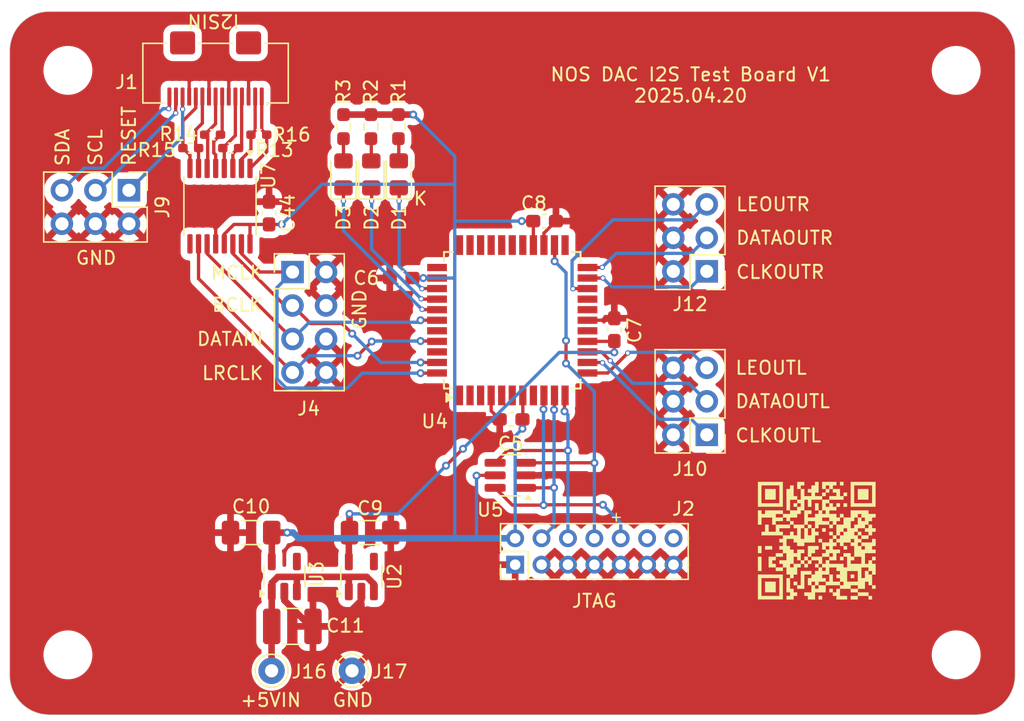
<source format=kicad_pcb>
(kicad_pcb (version 20241229) (generator "pcbnew") (generator_version "9.0")
  (layers (0 "F.Cu" mixed) (2 "B.Cu" mixed) (13 "F.Paste" user) (15 "B.Paste" user) (5 "F.SilkS" user "F.Silkscreen") (7 "B.SilkS" user "B.Silkscreen") (1 "F.Mask" user) (3 "B.Mask" user) (25 "Edge.Cuts" user))
  (net 0 "")
  (net 1 "GND")
  (net 2 "+3V3")
  (net 3 "+1V8")
  (net 4 "JTAG_TCK")
  (net 5 "JTAG_TDO")
  (net 6 "JTAG_TDI")
  (net 7 "JTAG_TMS")
  (net 8 "BCK")
  (net 9 "LRCLK")
  (net 10 "DATAIN")
  (net 11 "DATAOUTR")
  (net 12 "DATAOUTL")
  (net 13 "Net-(J16-Pin_1)")
  (net 14 "LEOUTR")
  (net 15 "CLKOUTR")
  (net 16 "LEOUTL")
  (net 17 "CLKOUTL")
  (net 18 "MCLK")
  (net 19 "Net-(J1-Pin_4)")
  (net 20 "SDA")
  (net 21 "Net-(J1-Pin_7)")
  (net 22 "Net-(J1-Pin_8)")
  (net 23 "Net-(J1-Pin_2)")
  (net 24 "SCL")
  (net 25 "Net-(J1-Pin_1)")
  (net 26 "Net-(J1-Pin_10)")
  (net 27 "Net-(J1-Pin_11)")
  (net 38 "Net-(D1-A)")
  (net 48 "Net-(D1-K)")
  (net 53 "Net-(D2-K)")
  (net 55 "RESET")
  (net 56 "Net-(J1-Pin_5)")
  (net 58 "Net-(D2-A)")
  (net 59 "Net-(D3-K)")
  (net 60 "Net-(D3-A)")
  (footprint "MountingHole:MountingHole_3.2mm_M3" (layer "F.Cu") (at 113.03 66.04)
    (property "Reference" "H1" (hide yes))
    (property "Value" "MountingHole")
  )
  (footprint "MountingHole:MountingHole_3.2mm_M3" (layer "F.Cu") (at 113.03 110.363)
    (property "Reference" "H4" (hide yes))
    (property "Value" "MountingHole")
  )
  (footprint "MountingHole:MountingHole_3.2mm_M3" (layer "F.Cu") (at 180.34 110.363)
    (property "Reference" "H3" (hide yes))
    (property "Value" "MountingHole")
  )
  (footprint "MountingHole:MountingHole_3.2mm_M3" (layer "F.Cu") (at 180.34 66.04)
    (property "Reference" "H2" (hide yes))
    (property "Value" "MountingHole")
  )
  (footprint "Capacitor_SMD:C_0603_1608Metric_Pad1.08x0.95mm_HandSolder" (layer "F.Cu") (at 146.6099 92.5068)
    (property "Reference" "C5")
    (property "Value" "100nF")
  )
  (footprint "Package_QFP:TQFP-44_10x10mm_P0.8mm" (layer "F.Cu") (at 146.7 84.9884 90)
    (property "Reference" "U4")
    (property "Value" "XC2C64A-xVQ44")
  )
  (footprint "Capacitor_SMD:C_0603_1608Metric_Pad1.08x0.95mm_HandSolder" (layer "F.Cu") (at 138.2787 81.788)
    (property "Reference" "C6")
    (property "Value" "100nF")
  )
  (footprint "Capacitor_SMD:C_0603_1608Metric_Pad1.08x0.95mm_HandSolder" (layer "F.Cu") (at 154.432 85.7007 -90)
    (property "Reference" "C7")
    (property "Value" "100nF")
  )
  (footprint "Capacitor_SMD:C_0603_1608Metric_Pad1.08x0.95mm_HandSolder" (layer "F.Cu") (at 149.1477 77.47 180)
    (property "Reference" "C8")
    (property "Value" "100nF")
  )
  (footprint "Connector_PinHeader_2.00mm:PinHeader_2x07_P2.00mm_Vertical" (layer "F.Cu") (at 146.9202 103.5238 90)
    (property "Reference" "J2")
    (property "Value" "Conn_02x07_Odd_Even")
  )
  (footprint "Package_TO_SOT_SMD:SC-74-6_1.55x2.9mm_P0.95mm" (layer "F.Cu") (at 146.551 96.7486 180)
    (property "Reference" "U5")
    (property "Value" "CM1293A−04SO")
  )
  (footprint "Connector_PinHeader_2.54mm:PinHeader_2x03_P2.54mm_Vertical" (layer "F.Cu") (at 117.6528 75.1332 -90)
    (property "Reference" "J9")
    (property "Value" "Conn_02x03_Odd_Even")
  )
  (footprint "Connector_Pin:Pin_D1.0mm_L10.0mm" (layer "F.Cu") (at 128.4605 111.5695)
    (property "Reference" "J16")
    (property "Value" "+5VIN")
  )
  (footprint "Connector_Pin:Pin_D1.0mm_L10.0mm" (layer "F.Cu") (at 134.5565 111.5695)
    (property "Reference" "J17")
    (property "Value" "GND")
  )
  (footprint "Package_TO_SOT_SMD:SOT-23-5" (layer "F.Cu") (at 135.2652 104.4249 90)
    (property "Reference" "U2")
    (property "Value" "TC1185-1.8VCT713")
  )
  (footprint "Package_TO_SOT_SMD:SOT-23-5" (layer "F.Cu") (at 129.4282 104.4249 90)
    (property "Reference" "U3")
    (property "Value" "TC1185-3.3VCT713")
  )
  (footprint "Connector_PinHeader_2.54mm:PinHeader_2x04_P2.54mm_Vertical" (layer "F.Cu") (at 130.048 81.3308)
    (property "Reference" "J4")
    (property "Value" "Conn_02x04_Odd_Even")
  )
  (footprint "Capacitor_SMD:C_1210_3225Metric_Pad1.33x2.70mm_HandSolder" (layer "F.Cu") (at 130.0357 108.204)
    (property "Reference" "C11")
    (property "Value" "22uF/25V")
  )
  (footprint "LED_SMD:LED_0805_2012Metric_Pad1.15x1.40mm_HandSolder" (layer "F.Cu") (at 138.0998 73.923 90)
    (property "Reference" "D1")
    (property "Value" "LED")
  )
  (footprint "Resistor_SMD:R_0402_1005Metric_Pad0.72x0.64mm_HandSolder" (layer "F.Cu") (at 127.4959 70.9168)
    (property "Reference" "R16")
    (property "Value" "100R")
  )
  (footprint "Capacitor_SMD:C_0603_1608Metric_Pad1.08x0.95mm_HandSolder" (layer "F.Cu") (at 128.27 76.8593 -90)
    (property "Reference" "C44")
    (property "Value" "1uF")
  )
  (footprint "Connector_FFC-FPC:Molex_502231-1500_1x15-1SH_P0.5mm_Vertical" (layer "F.Cu") (at 124.2168 66.9822 180)
    (property "Reference" "J1")
    (property "Value" "Conn_01x15")
  )
  (footprint "Connector_PinHeader_2.54mm:PinHeader_2x03_P2.54mm_Vertical" (layer "F.Cu") (at 161.4424 93.6752 180)
    (property "Reference" "J10")
    (property "Value" "Conn_02x03_Odd_Even")
  )
  (footprint "Package_SO:TSSOP-16_4.4x5mm_P0.65mm" (layer "F.Cu") (at 124.5518 76.3347 -90)
    (property "Reference" "U7")
    (property "Value" "FIN1048MTCX")
  )
  (footprint "Capacitor_SMD:C_1206_3216Metric_Pad1.33x1.80mm_HandSolder" (layer "F.Cu") (at 126.9107 101.092 180)
    (property "Reference" "C10")
    (property "Value" "10uF/50V")
  )
  (footprint "Resistor_SMD:R_0402_1005Metric_Pad0.72x0.64mm_HandSolder" (layer "F.Cu") (at 123.9907 70.9168)
    (property "Reference" "R14")
    (property "Value" "100R")
  )
  (footprint "LOGO" (layer "F.Cu") (at 169.7736 101.7016)
    (property "Reference" "G***" (hide yes))
    (property "Value" "LOGO" (hide yes))
  )
  (footprint "Resistor_SMD:R_0603_1608Metric_Pad0.98x0.95mm_HandSolder" (layer "F.Cu") (at 135.9916 70.3053 -90)
    (property "Reference" "R2")
    (property "Value" "330R")
  )
  (footprint "Resistor_SMD:R_0603_1608Metric_Pad0.98x0.95mm_HandSolder" (layer "F.Cu") (at 133.9088 70.3053 -90)
    (property "Reference" "R3")
    (property "Value" "330R")
  )
  (footprint "Resistor_SMD:R_0402_1005Metric_Pad0.72x0.64mm_HandSolder" (layer "F.Cu") (at 125.3623 71.9328)
    (property "Reference" "R13")
    (property "Value" "100R")
  )
  (footprint "Connector_PinHeader_2.54mm:PinHeader_2x03_P2.54mm_Vertical" (layer "F.Cu") (at 161.4424 81.28 180)
    (property "Reference" "J12")
    (property "Value" "Conn_02x03_Odd_Even")
  )
  (footprint "LED_SMD:LED_0805_2012Metric_Pad1.15x1.40mm_HandSolder" (layer "F.Cu") (at 136.017 73.9304 90)
    (property "Reference" "D2")
    (property "Value" "LED")
  )
  (footprint "LED_SMD:LED_0805_2012Metric_Pad1.15x1.40mm_HandSolder" (layer "F.Cu") (at 133.9088 73.9304 90)
    (property "Reference" "D3")
    (property "Value" "LED")
  )
  (footprint "Capacitor_SMD:C_1206_3216Metric_Pad1.33x1.80mm_HandSolder" (layer "F.Cu") (at 135.9285 101.092)
    (property "Reference" "C9")
    (property "Value" "10uF/50V")
  )
  (footprint "Resistor_SMD:R_0603_1608Metric_Pad0.98x0.95mm_HandSolder" (layer "F.Cu") (at 138.0744 70.3053 -90)
    (property "Reference" "R1")
    (property "Value" "330R")
  )
  (footprint "Resistor_SMD:R_0402_1005Metric_Pad0.72x0.64mm_HandSolder" (layer "F.Cu") (at 122.3385 71.9328)
    (property "Reference" "R15")
    (property "Value" "100R")
  )
  (gr_line (start 111.6104 61.5696) (end 181.8104 61.5696) (stroke (width 0.05)) (layer "Edge.Cuts"))
  (gr_arc (start 181.8104 61.5696) (mid 183.93172 62.44828) (end 184.8104 64.5696) (stroke (width 0.05)) (layer "Edge.Cuts"))
  (gr_line (start 108.6104 111.9096) (end 108.6104 64.5696) (stroke (width 0.05)) (layer "Edge.Cuts"))
  (gr_arc (start 111.6104 114.9096) (mid 109.48908 114.03092) (end 108.6104 111.9096) (stroke (width 0.05)) (layer "Edge.Cuts"))
  (gr_line (start 181.8104 114.9096) (end 111.6104 114.9096) (stroke (width 0.05)) (layer "Edge.Cuts"))
  (gr_arc (start 184.8104 111.9096) (mid 183.93172 114.03092) (end 181.8104 114.9096) (stroke (width 0.05)) (layer "Edge.Cuts"))
  (gr_arc (start 108.6104 64.5696) (mid 109.48908 62.44828) (end 111.6104 61.5696) (stroke (width 0.05)) (layer "Edge.Cuts"))
  (gr_line (start 184.8104 64.5696) (end 184.8104 111.9096) (stroke (width 0.05)) (layer "Edge.Cuts"))
  (gr_text "I2SIN" (at 124.0536 62.3062 180) (layer "F.SilkS") (effects (font (size 1 1))))
  (gr_text "JTAG" (at 152.9202 106.2736 0) (layer "F.SilkS") (effects (font (size 1 1))))
  (gr_text "NOS DAC I2S Test Board V1\n2025.04.20" (at 160.2232 67.1576 0) (layer "F.SilkS") (effects (font (size 1 1))))
  (gr_text "GND" (at 134.62 113.792 0) (layer "F.SilkS") (effects (font (size 1 1))))
  (gr_text "GND" (at 115.1636 80.264 0) (layer "F.SilkS") (effects (font (size 1 1))))
  (gr_text "SDA" (at 112.6236 71.882 90) (layer "F.SilkS") (effects (font (size 1 1))))
  (gr_text "DATAOUTR" (at 163.576 78.74 0) (layer "F.SilkS") (effects (font (size 1 1)) (justify left)))
  (gr_text "CLKOUTL" (at 163.5252 93.726 0) (layer "F.SilkS") (effects (font (size 1 1)) (justify left)))
  (gr_text "BCLK" (at 127.8636 83.82 0) (layer "F.SilkS") (effects (font (size 1 1)) (justify right)))
  (gr_text "RESET" (at 117.6528 71.0184 90) (layer "F.SilkS") (effects (font (size 1 1))))
  (gr_text "DATAIN" (at 127.9144 86.4108 0) (layer "F.SilkS") (effects (font (size 1 1)) (justify right)))
  (gr_text "CLKOUTR" (at 163.576 81.3308 0) (layer "F.SilkS") (effects (font (size 1 1)) (justify left)))
  (gr_text "LRCLK" (at 127.9144 89.0016 0) (layer "F.SilkS") (effects (font (size 1 1)) (justify right)))
  (gr_text "DATAOUTL" (at 163.5252 91.1352 0) (layer "F.SilkS") (effects (font (size 1 1)) (justify left)))
  (gr_text "LEOUTR" (at 163.576 76.2 0) (layer "F.SilkS") (effects (font (size 1 1)) (justify left)))
  (gr_text "+5VIN" (at 128.397 113.792 0) (layer "F.SilkS") (effects (font (size 1 1))))
  (gr_text "+" (at 154.5844 99.8728 0) (layer "F.SilkS") (effects (font (size 0.8 0.8) (thickness 0.1))))
  (gr_text "SCL" (at 115.1128 71.882 90) (layer "F.SilkS") (effects (font (size 1 1))))
  (gr_text "K" (at 139.1412 76.3524 0) (layer "F.SilkS") (effects (font (size 1 1)) (justify left bottom)))
  (gr_text "LEOUTL" (at 163.5252 88.5952 0) (layer "F.SilkS") (effects (font (size 1 1)) (justify left)))
  (gr_text "MCLK" (at 127.9144 81.3816 0) (layer "F.SilkS") (effects (font (size 1 1)) (justify right)))
  (gr_text "GND" (at 135.128 84.1756 90) (layer "F.SilkS") (effects (font (size 1 1))))
  (segment (start 124.2268 79.1972) (end 124.2268 77.0336) (width 0.25) (layer "F.Cu") (net 1))
  (segment (start 125.2168 68.0272) (end 125.2168 66.0856) (width 0.25) (layer "F.Cu") (net 1))
  (segment (start 123.7168 66.1604) (end 123.698 66.1416) (width 0.25) (layer "F.Cu") (net 1))
  (segment (start 147.701 96.7486) (end 154.9146 96.7486) (width 0.5) (layer "F.Cu") (net 1))
  (segment (start 149.1 79.2884) (end 149.1 78.3802) (width 0.25) (layer "F.Cu") (net 1))
  (segment (start 149.1 78.3802) (end 150.0102 77.47) (width 0.25) (layer "F.Cu") (net 1))
  (segment (start 124.2268 77.0336) (end 124.079 76.8858) (width 0.25) (layer "F.Cu") (net 1))
  (segment (start 145.1 90.6884) (end 145.1 91.8594) (width 0.25) (layer "F.Cu") (net 1))
  (segment (start 126.7168 68.0272) (end 126.7168 66.2648) (width 0.25) (layer "F.Cu") (net 1))
  (segment (start 131.407301 108.204) (end 131.5982 108.204) (width 0.5) (layer "F.Cu") (net 1))
  (segment (start 122.2168 66.4892) (end 121.666 65.9384) (width 0.25) (layer "F.Cu") (net 1))
  (segment (start 135.2652 106.224899) (end 133.286099 108.204) (width 0.5) (layer "F.Cu") (net 1))
  (segment (start 126.7168 66.2648) (end 126.492 66.04) (width 0.25) (layer "F.Cu") (net 1))
  (segment (start 129.4282 106.224899) (end 131.407301 108.204) (width 0.5) (layer "F.Cu") (net 1))
  (segment (start 122.2168 68.0272) (end 122.2168 66.4892) (width 0.25) (layer "F.Cu") (net 1))
  (segment (start 125.2168 66.0856) (end 125.1712 66.04) (width 0.25) (layer "F.Cu") (net 1))
  (segment (start 129.4282 105.5624) (end 129.4282 106.224899) (width 0.5) (layer "F.Cu") (net 1))
  (segment (start 123.7168 68.0272) (end 123.7168 66.1604) (width 0.25) (layer "F.Cu") (net 1))
  (segment (start 133.286099 108.204) (end 131.5982 108.204) (width 0.5) (layer "F.Cu") (net 1))
  (segment (start 154.2818 84.9884) (end 154.432 84.8382) (width 0.25) (layer "F.Cu") (net 1))
  (segment (start 135.2652 105.5624) (end 135.2652 106.224899) (width 0.5) (layer "F.Cu") (net 1))
  (segment (start 154.9146 96.7486) (end 155.5496 97.3836) (width 0.5) (layer "F.Cu") (net 1))
  (segment (start 145.1 91.8594) (end 145.7474 92.5068) (width 0.25) (layer "F.Cu") (net 1))
  (segment (start 152.4 84.9884) (end 154.2818 84.9884) (width 0.25) (layer "F.Cu") (net 1))
  (segment (start 128.27 77.7218) (end 129.233 77.7218) (width 0.25) (layer "F.Cu") (net 2))
  (segment (start 126.8268 79.1972) (end 126.8268 77.7426) (width 0.25) (layer "F.Cu") (net 2))
  (segment (start 125.614701 77.7218) (end 124.8768 78.459701) (width 0.25) (layer "F.Cu") (net 2))
  (segment (start 128.4782 103.2874) (end 128.4782 101.097) (width 0.5) (layer "F.Cu") (net 2))
  (segment (start 135.9916 69.3928) (end 138.0744 69.3928) (width 0.5) (layer "F.Cu") (net 2))
  (segment (start 141 81.7884) (end 139.954 81.7884) (width 0.25) (layer "F.Cu") (net 2))
  (segment (start 139.1416 81.7884) (end 139.1412 81.788) (width 0.25) (layer "F.Cu") (net 2))
  (segment (start 129.233 77.7218) (end 129.2352 77.724) (width 0.25) (layer "F.Cu") (net 2))
  (segment (start 138.0744 69.3928) (end 139.192 69.3928) (width 0.5) (layer "F.Cu") (net 2))
  (segment (start 139.954 81.7884) (end 139.1416 81.7884) (width 0.25) (layer "F.Cu") (net 2))
  (segment (start 148.2852 77.47) (end 147.4216 77.47) (width 0.25) (layer "F.Cu") (net 2))
  (segment (start 133.9088 69.3928) (end 135.9916 69.3928) (width 0.5) (layer "F.Cu") (net 2))
  (segment (start 148.3 77.4848) (end 148.2852 77.47) (width 0.25) (layer "F.Cu") (net 2))
  (segment (start 147.5 92.4792) (end 147.4724 92.5068) (width 0.25) (layer "F.Cu") (net 2))
  (segment (start 147.5 90.6884) (end 147.5 92.4792) (width 0.25) (layer "F.Cu") (net 2))
  (segment (start 128.4732 101.092) (end 129.6416 101.092) (width 0.5) (layer "F.Cu") (net 2))
  (segment (start 148.3 79.2884) (end 148.3 77.4848) (width 0.25) (layer "F.Cu") (net 2))
  (segment (start 126.8476 77.7218) (end 125.614701 77.7218) (width 0.25) (layer "F.Cu") (net 2))
  (segment (start 126.8268 77.7426) (end 126.8476 77.7218) (width 0.25) (layer "F.Cu") (net 2))
  (segment (start 145.401 96.7486) (end 144.018 96.7486) (width 0.25) (layer "F.Cu") (net 2))
  (segment (start 128.4782 101.097) (end 128.4732 101.092) (width 0.5) (layer "F.Cu") (net 2))
  (segment (start 128.27 77.7218) (end 126.8476 77.7218) (width 0.25) (layer "F.Cu") (net 2))
  (segment (start 144.018 96.7486) (end 143.9926 96.774) (width 0.25) (layer "F.Cu") (net 2))
  (segment (start 147.4724 92.5068) (end 147.4724 93.2085) (width 0.25) (layer "F.Cu") (net 2))
  (segment (start 124.8768 78.459701) (end 124.8768 79.1972) (width 0.25) (layer "F.Cu") (net 2))
  (via (at 139.954 81.7884) (size 0.6) (drill 0.3) (layers "F.Cu" "B.Cu") (net 2))
  (via (at 139.192 69.3928) (size 0.6) (drill 0.3) (layers "F.Cu" "B.Cu") (net 2))
  (via (at 143.9926 96.774) (size 0.6) (drill 0.3) (layers "F.Cu" "B.Cu") (net 2))
  (via (at 129.6416 101.092) (size 0.6) (drill 0.3) (layers "F.Cu" "B.Cu") (net 2))
  (via (at 129.2352 77.724) (size 0.6) (drill 0.3) (layers "F.Cu" "B.Cu") (net 2))
  (via (at 147.4724 93.2085) (size 0.6) (drill 0.3) (layers "F.Cu" "B.Cu") (net 2))
  (via (at 147.4216 77.47) (size 0.6) (drill 0.3) (layers "F.Cu" "B.Cu") (net 2))
  (segment (start 142.3412 81.7884) (end 142.3416 81.788) (width 0.25) (layer "B.Cu") (net 2))
  (segment (start 142.3416 81.788) (end 142.3416 101.4222) (width 0.25) (layer "B.Cu") (net 2))
  (segment (start 142.3416 101.4222) (end 142.24 101.5238) (width 0.25) (layer "B.Cu") (net 2))
  (segment (start 142.3416 74.676) (end 142.3416 72.5424) (width 0.25) (layer "B.Cu") (net 2))
  (segment (start 146.9202 93.7607) (end 147.4724 93.2085) (width 0.25) (layer "B.Cu") (net 2))
  (segment (start 143.9926 96.774) (end 143.9926 101.5238) (width 0.25) (layer "B.Cu") (net 2))
  (segment (start 130.0988 101.092) (end 130.5306 101.5238) (width 0.5) (layer "B.Cu") (net 2))
  (segment (start 142.4432 77.47) (end 142.3416 77.3684) (width 0.25) (layer "B.Cu") (net 2))
  (segment (start 142.3416 81.788) (end 142.3416 77.3684) (width 0.25) (layer "B.Cu") (net 2))
  (segment (start 139.954 81.7884) (end 142.3412 81.7884) (width 0.25) (layer "B.Cu") (net 2))
  (segment (start 132.2832 74.676) (end 142.3416 74.676) (width 0.25) (layer "B.Cu") (net 2))
  (segment (start 129.6416 101.092) (end 130.0988 101.092) (width 0.5) (layer "B.Cu") (net 2))
  (segment (start 142.3416 77.3684) (end 142.3416 74.676) (width 0.25) (layer "B.Cu") (net 2))
  (segment (start 147.4216 77.47) (end 142.4432 77.47) (width 0.25) (layer "B.Cu") (net 2))
  (segment (start 146.9202 101.5238) (end 146.9202 93.7607) (width 0.25) (layer "B.Cu") (net 2))
  (segment (start 143.9926 101.5238) (end 146.9202 101.5238) (width 0.25) (layer "B.Cu") (net 2))
  (segment (start 130.5306 101.5238) (end 142.24 101.5238) (width 0.5) (layer "B.Cu") (net 2))
  (segment (start 142.24 101.5238) (end 146.9202 101.5238) (width 0.5) (layer "B.Cu") (net 2))
  (segment (start 129.2352 77.724) (end 132.2832 74.676) (width 0.25) (layer "B.Cu") (net 2))
  (segment (start 142.3416 72.5424) (end 139.192 69.3928) (width 0.25) (layer "B.Cu") (net 2))
  (segment (start 134.3152 103.2874) (end 134.3152 101.1428) (width 0.5) (layer "F.Cu") (net 3))
  (segment (start 152.4 86.5884) (end 154.4068 86.5884) (width 0.25) (layer "F.Cu") (net 3))
  (segment (start 154.432 87.4268) (end 154.432 86.5632) (width 0.25) (layer "F.Cu") (net 3))
  (segment (start 134.3152 101.1428) (end 134.366 101.092) (width 0.5) (layer "F.Cu") (net 3))
  (segment (start 154.4068 86.5884) (end 154.432 86.5632) (width 0.25) (layer "F.Cu") (net 3))
  (segment (start 142.9512 94.742) (end 141.6812 96.012) (width 0.25) (layer "F.Cu") (net 3))
  (segment (start 142.9666 94.742) (end 142.9512 94.742) (width 0.25) (layer "F.Cu") (net 3))
  (segment (start 134.366 101.092) (end 134.366 99.6696) (width 0.5) (layer "F.Cu") (net 3))
  (via (at 154.432 87.4268) (size 0.6) (drill 0.3) (layers "F.Cu" "B.Cu") (net 3))
  (via (at 134.366 99.6696) (size 0.6) (drill 0.3) (layers "F.Cu" "B.Cu") (net 3))
  (via (at 141.6812 96.012) (size 0.6) (drill 0.3) (layers "F.Cu" "B.Cu") (net 3))
  (via (at 142.9666 94.742) (size 0.6) (drill 0.3) (layers "F.Cu" "B.Cu") (net 3))
  (segment (start 138.0236 99.6696) (end 134.366 99.6696) (width 0.25) (layer "B.Cu") (net 3))
  (segment (start 150.2664 87.4268) (end 142.9666 94.7266) (width 0.25) (layer "B.Cu") (net 3))
  (segment (start 150.2664 87.4268) (end 154.432 87.4268) (width 0.25) (layer "B.Cu") (net 3))
  (segment (start 142.9666 94.7266) (end 142.9666 94.742) (width 0.25) (layer "B.Cu") (net 3))
  (segment (start 141.6812 96.012) (end 138.0236 99.6696) (width 0.25) (layer "B.Cu") (net 3))
  (segment (start 145.401 95.7986) (end 146.3306 94.869) (width 0.25) (layer "F.Cu") (net 4))
  (segment (start 150.6574 90.731) (end 150.7 90.6884) (width 0.25) (layer "F.Cu") (net 4))
  (segment (start 146.3306 94.869) (end 150.9202 94.869) (width 0.25) (layer "F.Cu") (net 4))
  (segment (start 150.6574 91.8972) (end 150.6574 90.731) (width 0.25) (layer "F.Cu") (net 4))
  (via (at 150.9202 94.869) (size 0.6) (drill 0.3) (layers "F.Cu" "B.Cu") (net 4))
  (via (at 150.6574 91.8972) (size 0.6) (drill 0.3) (layers "F.Cu" "B.Cu") (net 4))
  (segment (start 150.9202 92.16) (end 150.9202 94.869) (width 0.25) (layer "B.Cu") (net 4))
  (segment (start 150.6574 91.8972) (end 150.9202 92.16) (width 0.25) (layer "B.Cu") (net 4))
  (segment (start 150.9202 94.869) (end 150.9202 101.5238) (width 0.25) (layer "B.Cu") (net 4))
  (segment (start 147.701 95.7986) (end 152.91 95.7986) (width 0.25) (layer "F.Cu") (net 5))
  (segment (start 149.9108 80.518) (end 149.9108 79.2992) (width 0.25) (layer "F.Cu") (net 5))
  (segment (start 152.91 95.7986) (end 152.9202 95.8088) (width 0.25) (layer "F.Cu") (net 5))
  (segment (start 150.7744 88.265) (end 150.7744 86.5378) (width 0.25) (layer "F.Cu") (net 5))
  (segment (start 149.9108 79.2992) (end 149.9 79.2884) (width 0.25) (layer "F.Cu") (net 5))
  (via (at 150.7744 88.265) (size 0.6) (drill 0.3) (layers "F.Cu" "B.Cu") (net 5))
  (via (at 149.9108 80.518) (size 0.6) (drill 0.3) (layers "F.Cu" "B.Cu") (net 5))
  (via (at 152.9202 95.8088) (size 0.6) (drill 0.3) (layers "F.Cu" "B.Cu") (net 5))
  (via (at 150.7744 86.5378) (size 0.6) (drill 0.3) (layers "F.Cu" "B.Cu") (net 5))
  (segment (start 152.9202 95.8088) (end 152.9202 90.4108) (width 0.25) (layer "B.Cu") (net 5))
  (segment (start 152.9202 90.4108) (end 150.7744 88.265) (width 0.25) (layer "B.Cu") (net 5))
  (segment (start 150.7744 86.5378) (end 150.7744 81.3816) (width 0.25) (layer "B.Cu") (net 5))
  (segment (start 152.9202 101.5238) (end 152.9202 95.8088) (width 0.25) (layer "B.Cu") (net 5))
  (segment (start 150.7744 81.3816) (end 149.9108 80.518) (width 0.25) (layer "B.Cu") (net 5))
  (segment (start 149.1 91.707434) (end 149.066842 91.740592) (width 0.25) (layer "F.Cu") (net 6))
  (segment (start 146.7116 99.0092) (end 145.401 97.6986) (width 0.25) (layer "F.Cu") (net 6))
  (segment (start 149.098 98.9838) (end 153.5684 98.9838) (width 0.25) (layer "F.Cu") (net 6))
  (segment (start 149.0726 99.0092) (end 149.098 98.9838) (width 0.25) (layer "F.Cu") (net 6))
  (segment (start 149.0726 99.0092) (end 146.7116 99.0092) (width 0.25) (layer "F.Cu") (net 6))
  (segment (start 149.1 90.6884) (end 149.1 91.707434) (width 0.25) (layer "F.Cu") (net 6))
  (via (at 153.5684 98.9838) (size 0.6) (drill 0.3) (layers "F.Cu" "B.Cu") (net 6))
  (via (at 149.0726 99.0092) (size 0.6) (drill 0.3) (layers "F.Cu" "B.Cu") (net 6))
  (via (at 149.066842 91.740592) (size 0.6) (drill 0.3) (layers "F.Cu" "B.Cu") (net 6))
  (segment (start 154.9202 101.5238) (end 154.9202 100.3356) (width 0.25) (layer "B.Cu") (net 6))
  (segment (start 149.066842 99.003442) (end 149.0726 99.0092) (width 0.25) (layer "B.Cu") (net 6))
  (segment (start 154.9202 100.3356) (end 153.5684 98.9838) (width 0.25) (layer "B.Cu") (net 6))
  (segment (start 149.066842 91.740592) (end 149.066842 99.003442) (width 0.25) (layer "B.Cu") (net 6))
  (segment (start 149.855592 97.6986) (end 149.865792 97.6884) (width 0.25) (layer "F.Cu") (net 7))
  (segment (start 149.9 91.747402) (end 149.865792 91.78161) (width 0.25) (layer "F.Cu") (net 7))
  (segment (start 149.9 90.6884) (end 149.9 91.747402) (width 0.25) (layer "F.Cu") (net 7))
  (segment (start 147.701 97.6986) (end 149.855592 97.6986) (width 0.25) (layer "F.Cu") (net 7))
  (via (at 149.865792 97.6884) (size 0.6) (drill 0.3) (layers "F.Cu" "B.Cu") (net 7))
  (via (at 149.865792 91.78161) (size 0.6) (drill 0.3) (layers "F.Cu" "B.Cu") (net 7))
  (segment (start 149.865792 100.578208) (end 148.9202 101.5238) (width 0.25) (layer "B.Cu") (net 7))
  (segment (start 149.865792 97.6884) (end 149.865792 100.578208) (width 0.25) (layer "B.Cu") (net 7))
  (segment (start 149.865792 91.78161) (end 149.865792 97.6884) (width 0.25) (layer "B.Cu") (net 7))
  (segment (start 139.7508 88.1888) (end 140.9996 88.1888) (width 0.25) (layer "F.Cu") (net 8))
  (segment (start 130.048 83.8708) (end 131.412 85.2348) (width 0.25) (layer "F.Cu") (net 8))
  (segment (start 125.5268 79.1972) (end 125.5268 79.934699) (width 0.25) (layer "F.Cu") (net 8))
  (segment (start 131.412 85.2348) (end 133.7996 85.2348) (width 0.25) (layer "F.Cu") (net 8))
  (segment (start 125.5268 79.934699) (end 129.462901 83.8708) (width 0.25) (layer "F.Cu") (net 8))
  (segment (start 140.9996 88.1888) (end 141 88.1884) (width 0.25) (layer "F.Cu") (net 8))
  (segment (start 133.7996 85.2348) (end 134.5692 86.0044) (width 0.25) (layer "F.Cu") (net 8))
  (segment (start 129.462901 83.8708) (end 130.048 83.8708) (width 0.25) (layer "F.Cu") (net 8))
  (via (at 139.7508 88.1888) (size 0.6) (drill 0.3) (layers "F.Cu" "B.Cu") (net 8))
  (via (at 134.5692 86.0044) (size 0.6) (drill 0.3) (layers "F.Cu" "B.Cu") (net 8))
  (segment (start 134.5692 86.0044) (end 136.7536 88.1888) (width 0.25) (layer "B.Cu") (net 8))
  (segment (start 136.7536 88.1888) (end 139.7508 88.1888) (width 0.25) (layer "B.Cu") (net 8))
  (segment (start 134.9756 87.6808) (end 136.052542 86.603858) (width 0.25) (layer "F.Cu") (net 9))
  (segment (start 139.7508 86.5632) (end 140.9748 86.5632) (width 0.25) (layer "F.Cu") (net 9))
  (segment (start 122.9268 81.8296) (end 130.048 88.9508) (width 0.25) (layer "F.Cu") (net 9))
  (segment (start 140.9748 86.5632) (end 141 86.5884) (width 0.25) (layer "F.Cu") (net 9))
  (segment (start 122.9268 79.1972) (end 122.9268 81.8296) (width 0.25) (layer "F.Cu") (net 9))
  (via (at 134.9756 87.6808) (size 0.6) (drill 0.3) (layers "F.Cu" "B.Cu") (net 9))
  (via (at 136.052542 86.603858) (size 0.6) (drill 0.3) (layers "F.Cu" "B.Cu") (net 9))
  (via (at 139.7508 86.5632) (size 0.6) (drill 0.3) (layers "F.Cu" "B.Cu") (net 9))
  (segment (start 130.048 88.9508) (end 131.318 87.6808) (width 0.25) (layer "B.Cu") (net 9))
  (segment (start 131.318 87.6808) (end 134.9756 87.6808) (width 0.25) (layer "B.Cu") (net 9))
  (segment (start 136.0932 86.5632) (end 139.7508 86.5632) (width 0.25) (layer "B.Cu") (net 9))
  (segment (start 136.052542 86.603858) (end 136.0932 86.5632) (width 0.25) (layer "B.Cu") (net 9))
  (segment (start 123.5768 79.9396) (end 130.048 86.4108) (width 0.25) (layer "F.Cu") (net 10))
  (segment (start 123.5768 79.1972) (end 123.5768 79.9396) (width 0.25) (layer "F.Cu") (net 10))
  (segment (start 139.7508 84.9884) (end 141 84.9884) (width 0.25) (layer "F.Cu") (net 10))
  (via (at 139.7508 84.9884) (size 0.6) (drill 0.3) (layers "F.Cu" "B.Cu") (net 10))
  (segment (start 130.048 86.4108) (end 131.318 85.1408) (width 0.25) (layer "B.Cu") (net 10))
  (segment (start 131.318 85.1408) (end 139.5984 85.1408) (width 0.25) (layer "B.Cu") (net 10))
  (segment (start 139.5984 85.1408) (end 139.7508 84.9884) (width 0.25) (layer "B.Cu") (net 10))
  (segment (start 153.5044 80.9884) (end 153.5176 80.9752) (width 0.25) (layer "F.Cu") (net 11))
  (segment (start 152.4 80.9884) (end 153.5044 80.9884) (width 0.25) (layer "F.Cu") (net 11))
  (via (at 153.5176 80.9752) (size 0.4) (drill 0.25) (layers "F.Cu" "B.Cu") (net 11))
  (segment (start 153.5176 80.9752) (end 154.5768 79.916) (width 0.25) (layer "B.Cu") (net 11))
  (segment (start 160.2664 79.916) (end 161.4424 78.74) (width 0.25) (layer "B.Cu") (net 11))
  (segment (start 154.5768 79.916) (end 160.2664 79.916) (width 0.25) (layer "B.Cu") (net 11))
  (segment (start 152.4 87.3884) (end 153.458289 87.3884) (width 0.25) (layer "F.Cu") (net 12))
  (segment (start 153.458289 87.3884) (end 154.126513 88.056624) (width 0.25) (layer "F.Cu") (net 12))
  (via (at 154.126513 88.056624) (size 0.4) (drill 0.25) (layers "F.Cu" "B.Cu") (net 12))
  (segment (start 155.841089 89.7712) (end 160.0784 89.7712) (width 0.25) (layer "B.Cu") (net 12))
  (segment (start 154.126513 88.056624) (end 155.841089 89.7712) (width 0.25) (layer "B.Cu") (net 12))
  (segment (start 160.0784 89.7712) (end 161.4424 91.1352) (width 0.25) (layer "B.Cu") (net 12))
  (segment (start 135.6683 104.4489) (end 136.2152 104.9958) (width 0.5) (layer "F.Cu") (net 13))
  (segment (start 134.3152 105.5624) (end 134.3152 104.4489) (width 0.5) (layer "F.Cu") (net 13))
  (segment (start 130.3528 104.4489) (end 134.3152 104.4489) (width 0.5) (layer "F.Cu") (net 13))
  (segment (start 128.4782 104.899901) (end 128.929201 104.4489) (width 0.5) (layer "F.Cu") (net 13))
  (segment (start 130.3782 105.5624) (end 130.3782 104.4743) (width 0.5) (layer "F.Cu") (net 13))
  (segment (start 128.4732 105.5674) (end 128.4782 105.5624) (width 0.5) (layer "F.Cu") (net 13))
  (segment (start 128.4782 105.5624) (end 128.4782 104.899901) (width 0.5) (layer "F.Cu") (net 13))
  (segment (start 130.3782 104.4743) (end 130.3528 104.4489) (width 0.5) (layer "F.Cu") (net 13))
  (segment (start 128.4732 108.204) (end 128.4732 105.5674) (width 0.5) (layer "F.Cu") (net 13))
  (segment (start 128.4605 111.5695) (end 128.4605 108.2167) (width 0.5) (layer "F.Cu") (net 13))
  (segment (start 136.2152 104.9958) (end 136.2152 105.5624) (width 0.5) (layer "F.Cu") (net 13))
  (segment (start 128.929201 104.4489) (end 130.3528 104.4489) (width 0.5) (layer "F.Cu") (net 13))
  (segment (start 134.3152 104.4489) (end 135.6683 104.4489) (width 0.5) (layer "F.Cu") (net 13))
  (segment (start 128.4605 108.2167) (end 128.4732 108.204) (width 0.5) (layer "F.Cu") (net 13))
  (segment (start 152.4 82.5884) (end 151.3118 82.5884) (width 0.25) (layer "F.Cu") (net 14))
  (segment (start 151.3118 82.5884) (end 151.2994 82.6008) (width 0.25) (layer "F.Cu") (net 14))
  (via (at 151.2994 82.6008) (size 0.4) (drill 0.25) (layers "F.Cu" "B.Cu") (net 14))
  (segment (start 151.2316 82.533) (end 151.2316 80.4672) (width 0.25) (layer "B.Cu") (net 14))
  (segment (start 151.2316 80.4672) (end 154.3228 77.376) (width 0.25) (layer "B.Cu") (net 14))
  (segment (start 154.3228 77.376) (end 160.2664 77.376) (width 0.25) (layer "B.Cu") (net 14))
  (segment (start 160.2664 77.376) (end 161.4424 76.2) (width 0.25) (layer "B.Cu") (net 14))
  (segment (start 151.2994 82.6008) (end 151.2316 82.533) (width 0.25) (layer "B.Cu") (net 14))
  (segment (start 153.568 81.7884) (end 153.5684 81.788) (width 0.25) (layer "F.Cu") (net 15))
  (segment (start 152.4 81.7884) (end 153.568 81.7884) (width 0.25) (layer "F.Cu") (net 15))
  (via (at 153.5684 81.788) (size 0.4) (drill 0.25) (layers "F.Cu" "B.Cu") (net 15))
  (segment (start 153.5684 81.788) (end 154.2364 82.456) (width 0.25) (layer "B.Cu") (net 15))
  (segment (start 154.2364 82.456) (end 160.2664 82.456) (width 0.25) (layer "B.Cu") (net 15))
  (segment (start 160.2664 82.456) (end 161.4424 81.28) (width 0.25) (layer "B.Cu") (net 15))
  (segment (start 152.4 88.9884) (end 153.9372 88.9884) (width 0.25) (layer "F.Cu") (net 16))
  (segment (start 153.9372 88.9884) (end 155.448 87.4776) (width 0.25) (layer "F.Cu") (net 16))
  (via (at 155.448 87.4776) (size 0.4) (drill 0.25) (layers "F.Cu" "B.Cu") (net 16))
  (segment (start 155.448 87.4776) (end 155.5064 87.4192) (width 0.25) (layer "B.Cu") (net 16))
  (segment (start 155.5064 87.4192) (end 160.2664 87.4192) (width 0.25) (layer "B.Cu") (net 16))
  (segment (start 160.2664 87.4192) (end 161.4424 88.5952) (width 0.25) (layer "B.Cu") (net 16))
  (segment (start 152.4 88.1884) (end 153.515826 88.1884) (width 0.25) (layer "F.Cu") (net 17))
  (segment (start 153.515826 88.1884) (end 153.542313 88.214887) (width 0.25) (layer "F.Cu") (net 17))
  (via (at 153.542313 88.214887) (size 0.4) (drill 0.25) (layers "F.Cu" "B.Cu") (net 17))
  (segment (start 157.826626 92.4992) (end 160.2664 92.4992) (width 0.25) (layer "B.Cu") (net 17))
  (segment (start 153.542313 88.214887) (end 157.826626 92.4992) (width 0.25) (layer "B.Cu") (net 17))
  (segment (start 160.2664 92.4992) (end 161.4424 93.6752) (width 0.25) (layer "B.Cu") (net 17))
  (segment (start 140.9868 89.0016) (end 141 88.9884) (width 0.25) (layer "F.Cu") (net 18))
  (segment (start 126.1768 79.1972) (end 126.1768 79.934699) (width 0.25) (layer "F.Cu") (net 18))
  (segment (start 126.1768 79.934699) (end 127.572901 81.3308) (width 0.25) (layer "F.Cu") (net 18))
  (segment (start 139.7508 89.0016) (end 140.9868 89.0016) (width 0.25) (layer "F.Cu") (net 18))
  (segment (start 127.572901 81.3308) (end 130.048 81.3308) (width 0.25) (layer "F.Cu") (net 18))
  (via (at 139.7508 89.0016) (size 0.6) (drill 0.3) (layers "F.Cu" "B.Cu") (net 18))
  (segment (start 130.048 81.3308) (end 128.872 82.5068) (width 0.25) (layer "B.Cu") (net 18))
  (segment (start 128.872 82.5068) (end 128.872 89.437916) (width 0.25) (layer "B.Cu") (net 18))
  (segment (start 134.206 90.1268) (end 135.3312 89.0016) (width 0.25) (layer "B.Cu") (net 18))
  (segment (start 128.872 89.437916) (end 129.560884 90.1268) (width 0.25) (layer "B.Cu") (net 18))
  (segment (start 129.560884 90.1268) (end 134.206 90.1268) (width 0.25) (layer "B.Cu") (net 18))
  (segment (start 135.3312 89.0016) (end 139.7508 89.0016) (width 0.25) (layer "B.Cu") (net 18))
  (segment (start 125.5268 72.3658) (end 125.9598 71.9328) (width 0.25) (layer "F.Cu") (net 19))
  (segment (start 126.1928 68.0512) (end 126.2168 68.0272) (width 0.25) (layer "F.Cu") (net 19))
  (segment (start 125.5268 73.4722) (end 125.5268 72.3658) (width 0.25) (layer "F.Cu") (net 19))
  (segment (start 125.9598 71.9328) (end 126.1928 71.6998) (width 0.25) (layer "F.Cu") (net 19))
  (segment (start 126.1928 71.6998) (end 126.1928 68.0512) (width 0.25) (layer "F.Cu") (net 19))
  (segment (start 120.7168 68.0272) (end 120.7168 68.895868) (width 0.25) (layer "F.Cu") (net 20))
  (segment (start 120.7168 68.895868) (end 120.6658 68.946868) (width 0.25) (layer "F.Cu") (net 20))
  (via (at 120.6658 68.946868) (size 0.4) (drill 0.25) (layers "F.Cu" "B.Cu") (net 20))
  (segment (start 114.2492 73.4568) (end 115.7224 73.4568) (width 0.25) (layer "B.Cu") (net 20))
  (segment (start 120.232332 68.946868) (end 120.6658 68.946868) (width 0.25) (layer "B.Cu") (net 20))
  (segment (start 112.5728 75.1332) (end 114.2492 73.4568) (width 0.25) (layer "B.Cu") (net 20))
  (segment (start 115.7224 73.4568) (end 120.232332 68.946868) (width 0.25) (layer "B.Cu") (net 20))
  (segment (start 124.0813 71.4237) (end 124.5882 70.9168) (width 0.25) (layer "F.Cu") (net 21))
  (segment (start 124.7168 68.0272) (end 124.7168 70.7882) (width 0.25) (layer "F.Cu") (net 21))
  (segment (start 124.2268 72.444042) (end 124.0813 72.298542) (width 0.25) (layer "F.Cu") (net 21))
  (segment (start 124.7168 70.7882) (end 124.5882 70.9168) (width 0.25) (layer "F.Cu") (net 21))
  (segment (start 124.2268 73.4722) (end 124.2268 72.444042) (width 0.25) (layer "F.Cu") (net 21))
  (segment (start 124.0813 72.298542) (end 124.0813 71.4237) (width 0.25) (layer "F.Cu") (net 21))
  (segment (start 123.5768 73.4722) (end 123.6195 73.4295) (width 0.25) (layer "F.Cu") (net 22))
  (segment (start 123.6195 71.1431) (end 123.3932 70.9168) (width 0.25) (layer "F.Cu") (net 22))
  (segment (start 123.6195 73.4295) (end 123.6195 71.1431) (width 0.25) (layer "F.Cu") (net 22))
  (segment (start 124.2168 70.0932) (end 123.3932 70.9168) (width 0.25) (layer "F.Cu") (net 22))
  (segment (start 124.2168 68.0272) (end 124.2168 70.0932) (width 0.25) (layer "F.Cu") (net 22))
  (segment (start 126.8984 72.057874) (end 126.8984 70.9168) (width 0.25) (layer "F.Cu") (net 23))
  (segment (start 126.8984 70.9168) (end 127.2168 70.5984) (width 0.25) (layer "F.Cu") (net 23))
  (segment (start 126.1768 72.779474) (end 126.8984 72.057874) (width 0.25) (layer "F.Cu") (net 23))
  (segment (start 127.2168 70.5984) (end 127.2168 68.0272) (width 0.25) (layer "F.Cu") (net 23))
  (segment (start 126.1768 73.4722) (end 126.1768 72.779474) (width 0.25) (layer "F.Cu") (net 23))
  (segment (start 121.1908 69.276283) (end 121.192304 69.277787) (width 0.25) (layer "F.Cu") (net 24))
  (segment (start 121.2168 68.0272) (end 121.2168 68.742523) (width 0.25) (layer "F.Cu") (net 24))
  (segment (start 121.2168 68.742523) (end 121.1908 68.768523) (width 0.25) (layer "F.Cu") (net 24))
  (segment (start 121.1908 68.768523) (end 121.1908 69.276283) (width 0.25) (layer "F.Cu") (net 24))
  (via (at 121.192304 69.277787) (size 0.4) (drill 0.25) (layers "F.Cu" "B.Cu") (net 24))
  (segment (start 115.336891 75.1332) (end 115.1128 75.1332) (width 0.25) (layer "B.Cu") (net 24))
  (segment (start 121.192304 69.277787) (end 115.336891 75.1332) (width 0.25) (layer "B.Cu") (net 24))
  (segment (start 127.7168 68.0272) (end 127.7168 70.5402) (width 0.25) (layer "F.Cu") (net 25))
  (segment (start 128.0934 72.2056) (end 128.0934 70.9168) (width 0.25) (layer "F.Cu") (net 25))
  (segment (start 127.7168 70.5402) (end 128.0934 70.9168) (width 0.25) (layer "F.Cu") (net 25))
  (segment (start 126.8268 73.4722) (end 128.0934 72.2056) (width 0.25) (layer "F.Cu") (net 25))
  (segment (start 123.2168 68.0272) (end 123.2168 70.043958) (width 0.25) (layer "F.Cu") (net 26))
  (segment (start 122.7097 71.7065) (end 122.936 71.9328) (width 0.25) (layer "F.Cu") (net 26))
  (segment (start 122.7097 70.551058) (end 122.7097 71.7065) (width 0.25) (layer "F.Cu") (net 26))
  (segment (start 122.9268 73.4722) (end 122.9268 71.942) (width 0.25) (layer "F.Cu") (net 26))
  (segment (start 122.9268 71.942) (end 122.936 71.9328) (width 0.25) (layer "F.Cu") (net 26))
  (segment (start 123.2168 70.043958) (end 122.7097 70.551058) (width 0.25) (layer "F.Cu") (net 26))
  (segment (start 122.7168 68.9008) (end 121.741 69.8766) (width 0.25) (layer "F.Cu") (net 27))
  (segment (start 122.7168 68.0272) (end 122.7168 68.9008) (width 0.25) (layer "F.Cu") (net 27))
  (segment (start 121.741 69.8766) (end 121.741 71.9328) (width 0.25) (layer "F.Cu") (net 27))
  (segment (start 122.2768 72.4686) (end 121.741 71.9328) (width 0.25) (layer "F.Cu") (net 27))
  (segment (start 122.2768 73.4722) (end 122.2768 72.4686) (width 0.25) (layer "F.Cu") (net 27))
  (segment (start 138.0998 71.2432) (end 138.0744 71.2178) (width 0.25) (layer "F.Cu") (net 38))
  (segment (start 138.0998 72.898) (end 138.0998 71.2432) (width 0.25) (layer "F.Cu") (net 38))
  (segment (start 139.8648 82.5884) (end 139.8524 82.6008) (width 0.25) (layer "F.Cu") (net 48))
  (segment (start 141 82.5884) (end 139.8648 82.5884) (width 0.25) (layer "F.Cu") (net 48))
  (segment (start 138.1252 74.9734) (end 138.0998 74.948) (width 0.25) (layer "F.Cu") (net 48))
  (segment (start 138.1252 75.946) (end 138.1252 74.9734) (width 0.25) (layer "F.Cu") (net 48))
  (via (at 139.8524 82.6008) (size 0.4) (drill 0.25) (layers "F.Cu" "B.Cu") (net 48))
  (via (at 138.1252 75.946) (size 0.4) (drill 0.25) (layers "F.Cu" "B.Cu") (net 48))
  (segment (start 138.1252 80.8736) (end 138.1252 75.946) (width 0.25) (layer "B.Cu") (net 48))
  (segment (start 139.8524 82.6008) (end 138.1252 80.8736) (width 0.25) (layer "B.Cu") (net 48))
  (segment (start 141 83.3884) (end 139.8272 83.3884) (width 0.25) (layer "F.Cu") (net 53))
  (segment (start 136.0424 74.9808) (end 136.017 74.9554) (width 0.25) (layer "F.Cu") (net 53))
  (segment (start 139.8272 83.3884) (end 139.8016 83.3628) (width 0.25) (layer "F.Cu") (net 53))
  (segment (start 136.0424 75.946) (end 136.0424 74.9808) (width 0.25) (layer "F.Cu") (net 53))
  (via (at 136.0424 75.946) (size 0.4) (drill 0.25) (layers "F.Cu" "B.Cu") (net 53))
  (via (at 139.8016 83.3628) (size 0.4) (drill 0.25) (layers "F.Cu" "B.Cu") (net 53))
  (segment (start 139.8016 83.3628) (end 136.0424 79.6036) (width 0.25) (layer "B.Cu") (net 53))
  (segment (start 136.0424 79.6036) (end 136.0424 75.946) (width 0.25) (layer "B.Cu") (net 53))
  (segment (start 121.7168 68.0272) (end 121.7168 68.9864) (width 0.25) (layer "F.Cu") (net 55))
  (via (at 121.7168 68.9864) (size 0.4) (drill 0.25) (layers "F.Cu" "B.Cu") (net 55))
  (segment (start 121.7168 68.9864) (end 121.718304 68.987904) (width 0.25) (layer "B.Cu") (net 55))
  (segment (start 121.718304 71.067696) (end 117.6528 75.1332) (width 0.25) (layer "B.Cu") (net 55))
  (segment (start 121.718304 68.987904) (end 121.718304 71.067696) (width 0.25) (layer "B.Cu") (net 55))
  (segment (start 124.7648 71.9328) (end 125.7168 70.9808) (width 0.25) (layer "F.Cu") (net 56))
  (segment (start 125.7168 70.9808) (end 125.7168 68.0272) (width 0.25) (layer "F.Cu") (net 56))
  (segment (start 124.8768 73.4722) (end 124.8768 72.0448) (width 0.25) (layer "F.Cu") (net 56))
  (segment (start 124.8768 72.0448) (end 124.7648 71.9328) (width 0.25) (layer "F.Cu") (net 56))
  (segment (start 136.017 71.2432) (end 135.9916 71.2178) (width 0.25) (layer "F.Cu") (net 58))
  (segment (start 136.017 72.9054) (end 136.017 71.2432) (width 0.25) (layer "F.Cu") (net 58))
  (segment (start 133.9088 75.946) (end 133.9088 74.9554) (width 0.25) (layer "F.Cu") (net 59))
  (segment (start 139.896464 84.1884) (end 139.868032 84.159968) (width 0.25) (layer "F.Cu") (net 59))
  (segment (start 141 84.1884) (end 139.896464 84.1884) (width 0.25) (layer "F.Cu") (net 59))
  (via (at 139.868032 84.159968) (size 0.4) (drill 0.25) (layers "F.Cu" "B.Cu") (net 59))
  (via (at 133.9088 75.946) (size 0.4) (drill 0.25) (layers "F.Cu" "B.Cu") (net 59))
  (segment (start 139.868032 84.159968) (end 139.854891 84.159968) (width 0.25) (layer "B.Cu") (net 59))
  (segment (start 133.9088 78.213877) (end 133.9088 75.946) (width 0.25) (layer "B.Cu") (net 59))
  (segment (start 139.854891 84.159968) (end 133.9088 78.213877) (width 0.25) (layer "B.Cu") (net 59))
  (segment (start 133.9088 72.9054) (end 133.9088 71.2178) (width 0.25) (layer "F.Cu") (net 60))
  (zone (net 1) (net_name "GND") (layer "F.Cu") (connect_pads (clearance 0.508)) (min_thickness 0.254) (fill yes (thermal_gap 0.508) (thermal_bridge_width 0.508))
    (polygon (pts (xy 184.785 114.935) (xy 108.585 114.935) (xy 108.585 61.595) (xy 184.785 61.595)))
  )
)
</source>
